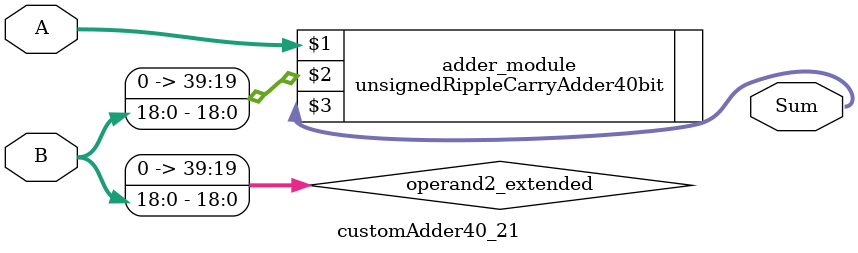
<source format=v>
module customAdder40_21(
                        input [39 : 0] A,
                        input [18 : 0] B,
                        
                        output [40 : 0] Sum
                );

        wire [39 : 0] operand2_extended;
        
        assign operand2_extended =  {21'b0, B};
        
        unsignedRippleCarryAdder40bit adder_module(
            A,
            operand2_extended,
            Sum
        );
        
        endmodule
        
</source>
